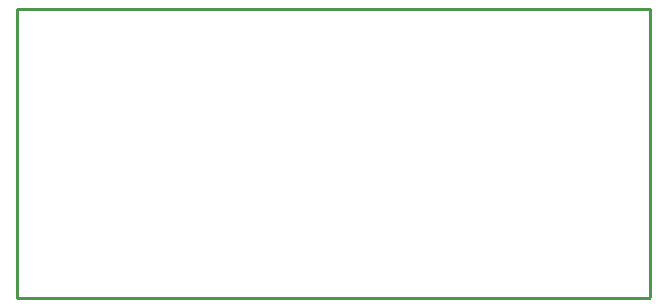
<source format=gko>
G04 Layer_Color=16711935*
%FSLAX44Y44*%
%MOMM*%
G71*
G01*
G75*
%ADD13C,0.2540*%
D13*
X640080Y787400D02*
X1176020D01*
Y543560D02*
Y787400D01*
X1174750Y542290D02*
X1176020Y543560D01*
X640080Y542290D02*
X1174750D01*
X640080D02*
Y787400D01*
M02*

</source>
